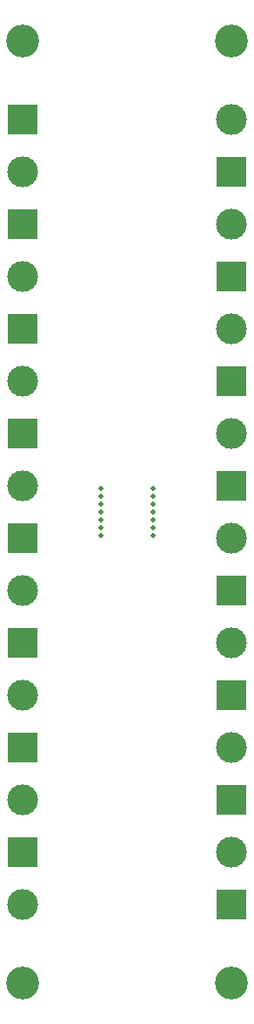
<source format=gbs>
G04 #@! TF.GenerationSoftware,KiCad,Pcbnew,6.0.9-8da3e8f707~116~ubuntu20.04.1*
G04 #@! TF.CreationDate,2023-04-19T17:44:35+00:00*
G04 #@! TF.ProjectId,LEC030201,4c454330-3330-4323-9031-2e6b69636164,rev?*
G04 #@! TF.SameCoordinates,Original*
G04 #@! TF.FileFunction,Soldermask,Bot*
G04 #@! TF.FilePolarity,Negative*
%FSLAX46Y46*%
G04 Gerber Fmt 4.6, Leading zero omitted, Abs format (unit mm)*
G04 Created by KiCad (PCBNEW 6.0.9-8da3e8f707~116~ubuntu20.04.1) date 2023-04-19 17:44:35*
%MOMM*%
%LPD*%
G01*
G04 APERTURE LIST*
%ADD10C,3.200000*%
%ADD11R,3.000000X3.000000*%
%ADD12C,3.000000*%
%ADD13C,0.500000*%
G04 APERTURE END LIST*
D10*
G04 #@! TO.C,H3*
X203200000Y-142240000D03*
G04 #@! TD*
G04 #@! TO.C,H4*
X203200000Y-50800000D03*
G04 #@! TD*
D11*
G04 #@! TO.C,J9*
X203200000Y-134620000D03*
D12*
X203200000Y-129540000D03*
G04 #@! TD*
D11*
G04 #@! TO.C,J10*
X203200000Y-124460000D03*
D12*
X203200000Y-119380000D03*
G04 #@! TD*
D11*
G04 #@! TO.C,J11*
X203200000Y-114300000D03*
D12*
X203200000Y-109220000D03*
G04 #@! TD*
D11*
G04 #@! TO.C,J12*
X203200000Y-104140000D03*
D12*
X203200000Y-99060000D03*
G04 #@! TD*
D11*
G04 #@! TO.C,J2*
X182880000Y-78740000D03*
D12*
X182880000Y-83820000D03*
G04 #@! TD*
D10*
G04 #@! TO.C,H2*
X182880000Y-50800000D03*
G04 #@! TD*
G04 #@! TO.C,H1*
X182880000Y-142240000D03*
G04 #@! TD*
D11*
G04 #@! TO.C,J1*
X182880000Y-68580000D03*
D12*
X182880000Y-73660000D03*
G04 #@! TD*
D11*
G04 #@! TO.C,J4*
X182880000Y-88900000D03*
D12*
X182880000Y-93980000D03*
G04 #@! TD*
D11*
G04 #@! TO.C,J3*
X182880000Y-58420000D03*
D12*
X182880000Y-63500000D03*
G04 #@! TD*
D11*
G04 #@! TO.C,J5*
X182880000Y-99060000D03*
D12*
X182880000Y-104140000D03*
G04 #@! TD*
D11*
G04 #@! TO.C,J6*
X182880000Y-109220000D03*
D12*
X182880000Y-114300000D03*
G04 #@! TD*
D11*
G04 #@! TO.C,J7*
X182880000Y-119380000D03*
D12*
X182880000Y-124460000D03*
G04 #@! TD*
D11*
G04 #@! TO.C,J8*
X182880000Y-129540000D03*
D12*
X182880000Y-134620000D03*
G04 #@! TD*
D11*
G04 #@! TO.C,J13*
X203200000Y-93980000D03*
D12*
X203200000Y-88900000D03*
G04 #@! TD*
D11*
G04 #@! TO.C,J14*
X203200000Y-83820000D03*
D12*
X203200000Y-78740000D03*
G04 #@! TD*
D11*
G04 #@! TO.C,J15*
X203200000Y-73660000D03*
D12*
X203200000Y-68580000D03*
G04 #@! TD*
D11*
G04 #@! TO.C,J16*
X203200000Y-63500000D03*
D12*
X203200000Y-58420000D03*
G04 #@! TD*
D13*
G04 #@! TO.C,REF\u002A\u002A*
X190500000Y-94234000D03*
G04 #@! TD*
G04 #@! TO.C,REF\u002A\u002A*
X190500000Y-98806000D03*
G04 #@! TD*
G04 #@! TO.C,REF\u002A\u002A*
X190500000Y-94996000D03*
G04 #@! TD*
G04 #@! TO.C,REF\u002A\u002A*
X195580000Y-94234000D03*
G04 #@! TD*
G04 #@! TO.C,REF\u002A\u002A*
X195580000Y-96520000D03*
G04 #@! TD*
G04 #@! TO.C,REF\u002A\u002A*
X195580000Y-95758000D03*
G04 #@! TD*
G04 #@! TO.C,REF\u002A\u002A*
X195580000Y-98806000D03*
G04 #@! TD*
G04 #@! TO.C,REF\u002A\u002A*
X195580000Y-94996000D03*
G04 #@! TD*
G04 #@! TO.C,REF\u002A\u002A*
X195580000Y-98044000D03*
G04 #@! TD*
G04 #@! TO.C,REF\u002A\u002A*
X195580000Y-97282000D03*
G04 #@! TD*
G04 #@! TO.C,REF\u002A\u002A*
X190500000Y-96520000D03*
G04 #@! TD*
G04 #@! TO.C,REF\u002A\u002A*
X190500000Y-97282000D03*
G04 #@! TD*
G04 #@! TO.C,REF\u002A\u002A*
X190500000Y-98044000D03*
G04 #@! TD*
G04 #@! TO.C,REF\u002A\u002A*
X190500000Y-95758000D03*
G04 #@! TD*
M02*

</source>
